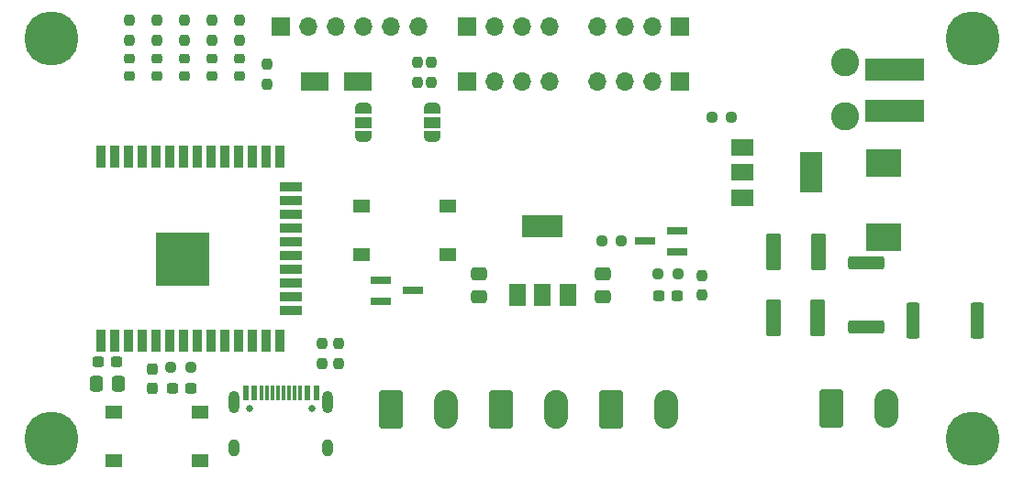
<source format=gbr>
%TF.GenerationSoftware,KiCad,Pcbnew,(6.0.7)*%
%TF.CreationDate,2022-11-03T13:34:30+01:00*%
%TF.ProjectId,opengeiger_ROUND,6f70656e-6765-4696-9765-725f524f554e,rev?*%
%TF.SameCoordinates,Original*%
%TF.FileFunction,Soldermask,Top*%
%TF.FilePolarity,Negative*%
%FSLAX46Y46*%
G04 Gerber Fmt 4.6, Leading zero omitted, Abs format (unit mm)*
G04 Created by KiCad (PCBNEW (6.0.7)) date 2022-11-03 13:34:30*
%MOMM*%
%LPD*%
G01*
G04 APERTURE LIST*
G04 Aperture macros list*
%AMRoundRect*
0 Rectangle with rounded corners*
0 $1 Rounding radius*
0 $2 $3 $4 $5 $6 $7 $8 $9 X,Y pos of 4 corners*
0 Add a 4 corners polygon primitive as box body*
4,1,4,$2,$3,$4,$5,$6,$7,$8,$9,$2,$3,0*
0 Add four circle primitives for the rounded corners*
1,1,$1+$1,$2,$3*
1,1,$1+$1,$4,$5*
1,1,$1+$1,$6,$7*
1,1,$1+$1,$8,$9*
0 Add four rect primitives between the rounded corners*
20,1,$1+$1,$2,$3,$4,$5,0*
20,1,$1+$1,$4,$5,$6,$7,0*
20,1,$1+$1,$6,$7,$8,$9,0*
20,1,$1+$1,$8,$9,$2,$3,0*%
%AMFreePoly0*
4,1,22,0.550000,-0.750000,0.000000,-0.750000,0.000000,-0.745033,-0.079941,-0.743568,-0.215256,-0.701293,-0.333266,-0.622738,-0.424486,-0.514219,-0.481581,-0.384460,-0.499164,-0.250000,-0.500000,-0.250000,-0.500000,0.250000,-0.499164,0.250000,-0.499963,0.256109,-0.478152,0.396186,-0.417904,0.524511,-0.324060,0.630769,-0.204165,0.706417,-0.067858,0.745374,0.000000,0.744959,0.000000,0.750000,
0.550000,0.750000,0.550000,-0.750000,0.550000,-0.750000,$1*%
%AMFreePoly1*
4,1,20,0.000000,0.744959,0.073905,0.744508,0.209726,0.703889,0.328688,0.626782,0.421226,0.519385,0.479903,0.390333,0.500000,0.250000,0.500000,-0.250000,0.499851,-0.262216,0.476331,-0.402017,0.414519,-0.529596,0.319384,-0.634700,0.198574,-0.708877,0.061801,-0.746166,0.000000,-0.745033,0.000000,-0.750000,-0.550000,-0.750000,-0.550000,0.750000,0.000000,0.750000,0.000000,0.744959,
0.000000,0.744959,$1*%
G04 Aperture macros list end*
%ADD10RoundRect,0.218750X0.256250X-0.218750X0.256250X0.218750X-0.256250X0.218750X-0.256250X-0.218750X0*%
%ADD11RoundRect,0.237500X0.250000X0.237500X-0.250000X0.237500X-0.250000X-0.237500X0.250000X-0.237500X0*%
%ADD12R,1.700000X1.700000*%
%ADD13O,1.700000X1.700000*%
%ADD14RoundRect,0.250000X-1.425000X0.362500X-1.425000X-0.362500X1.425000X-0.362500X1.425000X0.362500X0*%
%ADD15RoundRect,0.250000X-0.475000X0.337500X-0.475000X-0.337500X0.475000X-0.337500X0.475000X0.337500X0*%
%ADD16RoundRect,0.250000X0.475000X-0.337500X0.475000X0.337500X-0.475000X0.337500X-0.475000X-0.337500X0*%
%ADD17RoundRect,0.305556X-0.794444X-1.494444X0.794444X-1.494444X0.794444X1.494444X-0.794444X1.494444X0*%
%ADD18O,2.200000X3.600000*%
%ADD19RoundRect,0.237500X0.237500X-0.250000X0.237500X0.250000X-0.237500X0.250000X-0.237500X-0.250000X0*%
%ADD20R,2.000000X1.500000*%
%ADD21R,2.000000X3.800000*%
%ADD22RoundRect,0.237500X-0.237500X0.250000X-0.237500X-0.250000X0.237500X-0.250000X0.237500X0.250000X0*%
%ADD23RoundRect,0.237500X-0.250000X-0.237500X0.250000X-0.237500X0.250000X0.237500X-0.250000X0.237500X0*%
%ADD24C,5.000000*%
%ADD25R,1.500000X2.000000*%
%ADD26R,3.800000X2.000000*%
%ADD27R,2.500000X1.800000*%
%ADD28C,0.650000*%
%ADD29R,0.600000X1.450000*%
%ADD30R,0.300000X1.450000*%
%ADD31O,1.000000X1.600000*%
%ADD32O,1.000000X2.100000*%
%ADD33R,1.550000X1.300000*%
%ADD34R,1.900000X0.800000*%
%ADD35R,5.500000X2.150000*%
%ADD36FreePoly0,90.000000*%
%ADD37R,1.500000X1.000000*%
%ADD38FreePoly1,90.000000*%
%ADD39RoundRect,0.237500X-0.300000X-0.237500X0.300000X-0.237500X0.300000X0.237500X-0.300000X0.237500X0*%
%ADD40RoundRect,0.249999X0.450001X1.450001X-0.450001X1.450001X-0.450001X-1.450001X0.450001X-1.450001X0*%
%ADD41RoundRect,0.250000X-0.362500X-1.425000X0.362500X-1.425000X0.362500X1.425000X-0.362500X1.425000X0*%
%ADD42C,2.600000*%
%ADD43R,3.300000X2.500000*%
%ADD44RoundRect,0.250000X0.337500X0.475000X-0.337500X0.475000X-0.337500X-0.475000X0.337500X-0.475000X0*%
%ADD45RoundRect,0.237500X0.300000X0.237500X-0.300000X0.237500X-0.300000X-0.237500X0.300000X-0.237500X0*%
%ADD46RoundRect,0.237500X0.237500X-0.300000X0.237500X0.300000X-0.237500X0.300000X-0.237500X-0.300000X0*%
%ADD47R,0.900000X2.000000*%
%ADD48R,2.000000X0.900000*%
%ADD49R,5.000000X5.000000*%
G04 APERTURE END LIST*
D10*
%TO.C,D4*%
X119355000Y-82517500D03*
X119355000Y-80942500D03*
%TD*%
D11*
%TO.C,R1*%
X167282500Y-86360000D03*
X165457500Y-86360000D03*
%TD*%
D10*
%TO.C,D3*%
X121895000Y-82517500D03*
X121895000Y-80942500D03*
%TD*%
D12*
%TO.C,J9*%
X142850000Y-83000000D03*
D13*
X145390000Y-83000000D03*
X147930000Y-83000000D03*
X150470000Y-83000000D03*
%TD*%
D14*
%TO.C,R3*%
X179705000Y-99748000D03*
X179705000Y-105673000D03*
%TD*%
D15*
%TO.C,C3*%
X155448000Y-100816500D03*
X155448000Y-102891500D03*
%TD*%
D16*
%TO.C,C1*%
X144018000Y-102891500D03*
X144018000Y-100816500D03*
%TD*%
D17*
%TO.C,J2*%
X156210000Y-113324000D03*
D18*
X161290000Y-113324000D03*
%TD*%
D17*
%TO.C,J7*%
X135890000Y-113324000D03*
D18*
X140970000Y-113324000D03*
%TD*%
D19*
%TO.C,R16*%
X139574125Y-83063916D03*
X139574125Y-81238916D03*
%TD*%
D12*
%TO.C,J3*%
X125705000Y-77920000D03*
D13*
X128245000Y-77920000D03*
X130785000Y-77920000D03*
X133325000Y-77920000D03*
X135865000Y-77920000D03*
X138405000Y-77920000D03*
%TD*%
D20*
%TO.C,Q1*%
X168300000Y-91440000D03*
X168300000Y-89140000D03*
X168300000Y-93740000D03*
D21*
X174600000Y-91440000D03*
%TD*%
D22*
%TO.C,R5*%
X164592000Y-100941500D03*
X164592000Y-102766500D03*
%TD*%
D23*
%TO.C,R6*%
X160531000Y-100838000D03*
X162356000Y-100838000D03*
%TD*%
D10*
%TO.C,D7*%
X111735000Y-82517500D03*
X111735000Y-80942500D03*
%TD*%
D24*
%TO.C,H3*%
X104535000Y-79000000D03*
%TD*%
D19*
%TO.C,R15*%
X131064000Y-109102500D03*
X131064000Y-107277500D03*
%TD*%
D12*
%TO.C,J5*%
X162535000Y-77920000D03*
D13*
X159995000Y-77920000D03*
X157455000Y-77920000D03*
X154915000Y-77920000D03*
%TD*%
D23*
%TO.C,R8*%
X115545000Y-109460000D03*
X117370000Y-109460000D03*
%TD*%
D19*
%TO.C,R2*%
X124435000Y-83277500D03*
X124435000Y-81452500D03*
%TD*%
D25*
%TO.C,U2*%
X147560000Y-102718000D03*
D26*
X149860000Y-96418000D03*
D25*
X149860000Y-102718000D03*
X152160000Y-102718000D03*
%TD*%
D27*
%TO.C,D2*%
X128785000Y-83000000D03*
X132785000Y-83000000D03*
%TD*%
D28*
%TO.C,J8*%
X128595000Y-113210000D03*
X122815000Y-113210000D03*
D29*
X122455000Y-111765000D03*
X123255000Y-111765000D03*
D30*
X124455000Y-111765000D03*
X125455000Y-111765000D03*
X125955000Y-111765000D03*
X126955000Y-111765000D03*
D29*
X128155000Y-111765000D03*
X128955000Y-111765000D03*
X128955000Y-111765000D03*
X128155000Y-111765000D03*
D30*
X127455000Y-111765000D03*
X126455000Y-111765000D03*
X124955000Y-111765000D03*
X123955000Y-111765000D03*
D29*
X123255000Y-111765000D03*
X122455000Y-111765000D03*
D31*
X121385000Y-116860000D03*
D32*
X121385000Y-112680000D03*
X130025000Y-112680000D03*
D31*
X130025000Y-116860000D03*
%TD*%
D12*
%TO.C,J10*%
X162535000Y-83000000D03*
D13*
X159995000Y-83000000D03*
X157455000Y-83000000D03*
X154915000Y-83000000D03*
%TD*%
D33*
%TO.C,SW1*%
X110295000Y-113560000D03*
X110295000Y-118060000D03*
X118255000Y-118060000D03*
X118255000Y-113560000D03*
%TD*%
D22*
%TO.C,R12*%
X114275000Y-77365000D03*
X114275000Y-79190000D03*
%TD*%
D11*
%TO.C,R7*%
X157122500Y-97790000D03*
X155297500Y-97790000D03*
%TD*%
D34*
%TO.C,Q3*%
X134898000Y-101412000D03*
X134898000Y-103312000D03*
X137898000Y-102362000D03*
%TD*%
D35*
%TO.C,L1*%
X182362725Y-81895000D03*
X182362725Y-85745000D03*
%TD*%
D36*
%TO.C,JP1*%
X133325000Y-88110000D03*
D37*
X133325000Y-86810000D03*
D38*
X133325000Y-85510000D03*
%TD*%
D19*
%TO.C,R17*%
X138334125Y-83063916D03*
X138334125Y-81238916D03*
%TD*%
D39*
%TO.C,C9*%
X115698500Y-111365000D03*
X117423500Y-111365000D03*
%TD*%
D33*
%TO.C,SW2*%
X141140000Y-99010000D03*
X133180000Y-99010000D03*
X141140000Y-94510000D03*
X133180000Y-94510000D03*
%TD*%
D17*
%TO.C,J1*%
X146050000Y-113324000D03*
D18*
X151130000Y-113324000D03*
%TD*%
D40*
%TO.C,C2*%
X175278000Y-98806000D03*
X171178000Y-98806000D03*
%TD*%
D24*
%TO.C,H4*%
X189500000Y-116000000D03*
%TD*%
D41*
%TO.C,R4*%
X183991663Y-105123469D03*
X189916663Y-105123469D03*
%TD*%
D42*
%TO.C,L2*%
X177800000Y-81280000D03*
X177800000Y-86280000D03*
%TD*%
D34*
%TO.C,Q2*%
X162282000Y-98740000D03*
X162282000Y-96840000D03*
X159282000Y-97790000D03*
%TD*%
D43*
%TO.C,D1*%
X181356000Y-97380000D03*
X181356000Y-90580000D03*
%TD*%
D19*
%TO.C,R14*%
X129515000Y-109102500D03*
X129515000Y-107277500D03*
%TD*%
D22*
%TO.C,R9*%
X121895000Y-77365000D03*
X121895000Y-79190000D03*
%TD*%
D36*
%TO.C,JP2*%
X139675000Y-88110000D03*
D37*
X139675000Y-86810000D03*
D38*
X139675000Y-85510000D03*
%TD*%
D44*
%TO.C,C5*%
X110740500Y-110948000D03*
X108665500Y-110948000D03*
%TD*%
D45*
%TO.C,C6*%
X110565500Y-108916000D03*
X108840500Y-108916000D03*
%TD*%
D22*
%TO.C,R10*%
X119355000Y-77365000D03*
X119355000Y-79190000D03*
%TD*%
D17*
%TO.C,J4*%
X176530000Y-113284000D03*
D18*
X181610000Y-113284000D03*
%TD*%
D10*
%TO.C,D5*%
X116815000Y-82517500D03*
X116815000Y-80942500D03*
%TD*%
D45*
%TO.C,C7*%
X162306000Y-102870000D03*
X160581000Y-102870000D03*
%TD*%
D24*
%TO.C,H1*%
X189500000Y-79000000D03*
%TD*%
%TO.C,H2*%
X104535000Y-116000000D03*
%TD*%
D10*
%TO.C,D6*%
X114275000Y-82517500D03*
X114275000Y-80942500D03*
%TD*%
D12*
%TO.C,J6*%
X142850000Y-77920000D03*
D13*
X145390000Y-77920000D03*
X147930000Y-77920000D03*
X150470000Y-77920000D03*
%TD*%
D40*
%TO.C,C4*%
X175258500Y-104902000D03*
X171158500Y-104902000D03*
%TD*%
D22*
%TO.C,R11*%
X116815000Y-77365000D03*
X116815000Y-79190000D03*
%TD*%
D46*
%TO.C,C8*%
X113867500Y-111365000D03*
X113867500Y-109640000D03*
%TD*%
D22*
%TO.C,R13*%
X111735000Y-77365000D03*
X111735000Y-79190000D03*
%TD*%
D47*
%TO.C,U1*%
X109115000Y-106960000D03*
X110385000Y-106960000D03*
X111655000Y-106960000D03*
X112925000Y-106960000D03*
X114195000Y-106960000D03*
X115465000Y-106960000D03*
X116735000Y-106960000D03*
X118005000Y-106960000D03*
X119275000Y-106960000D03*
X120545000Y-106960000D03*
X121815000Y-106960000D03*
X123085000Y-106960000D03*
X124355000Y-106960000D03*
X125625000Y-106960000D03*
D48*
X126625000Y-104175000D03*
X126625000Y-102905000D03*
X126625000Y-101635000D03*
X126625000Y-100365000D03*
X126625000Y-99095000D03*
X126625000Y-97825000D03*
X126625000Y-96555000D03*
X126625000Y-95285000D03*
X126625000Y-94015000D03*
X126625000Y-92745000D03*
D47*
X125625000Y-89960000D03*
X124355000Y-89960000D03*
X123085000Y-89960000D03*
X121815000Y-89960000D03*
X120545000Y-89960000D03*
X119275000Y-89960000D03*
X118005000Y-89960000D03*
X116735000Y-89960000D03*
X115465000Y-89960000D03*
X114195000Y-89960000D03*
X112925000Y-89960000D03*
X111655000Y-89960000D03*
X110385000Y-89960000D03*
X109115000Y-89960000D03*
D49*
X116615000Y-99460000D03*
%TD*%
M02*

</source>
